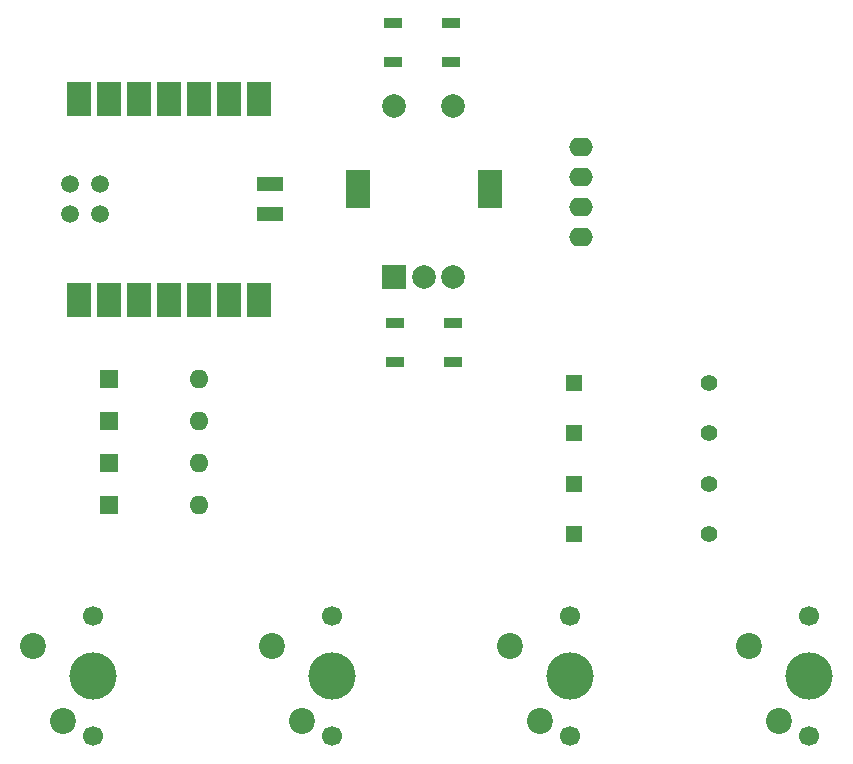
<source format=gbr>
%TF.GenerationSoftware,KiCad,Pcbnew,7.0.10*%
%TF.CreationDate,2024-10-20T20:49:14-04:00*%
%TF.ProjectId,Watch_Hackpad,57617463-685f-4486-9163-6b7061642e6b,rev?*%
%TF.SameCoordinates,Original*%
%TF.FileFunction,Soldermask,Top*%
%TF.FilePolarity,Negative*%
%FSLAX46Y46*%
G04 Gerber Fmt 4.6, Leading zero omitted, Abs format (unit mm)*
G04 Created by KiCad (PCBNEW 7.0.10) date 2024-10-20 20:49:14*
%MOMM*%
%LPD*%
G01*
G04 APERTURE LIST*
%ADD10R,1.500000X0.900000*%
%ADD11R,2.000000X3.000000*%
%ADD12C,1.500000*%
%ADD13R,2.300000X1.300000*%
%ADD14R,1.600000X1.600000*%
%ADD15O,1.600000X1.600000*%
%ADD16C,1.700000*%
%ADD17C,4.000000*%
%ADD18C,2.200000*%
%ADD19O,2.000000X1.600000*%
%ADD20R,2.000000X2.000000*%
%ADD21C,2.000000*%
%ADD22R,2.000000X3.200000*%
%ADD23R,1.397000X1.397000*%
%ADD24C,1.397000*%
G04 APERTURE END LIST*
D10*
%TO.C,D1*%
X189625000Y-64275000D03*
X189625000Y-67575000D03*
X194525000Y-67575000D03*
X194525000Y-64275000D03*
%TD*%
D11*
%TO.C,U1*%
X162880000Y-62300000D03*
X165420000Y-62300000D03*
X167960000Y-62300000D03*
X170500000Y-62300000D03*
X173040000Y-62300000D03*
X175580000Y-62300000D03*
X178120000Y-62300000D03*
X178120000Y-45300000D03*
X175580000Y-45300000D03*
X173040000Y-45300000D03*
X170500000Y-45300000D03*
X167960000Y-45300000D03*
X165420000Y-45300000D03*
X162880000Y-45300000D03*
D12*
X162110000Y-55070000D03*
X162110000Y-52530000D03*
X164650000Y-55070000D03*
X164650000Y-52530000D03*
D13*
X179100000Y-55070000D03*
X179100000Y-52530000D03*
%TD*%
D14*
%TO.C,D6*%
X165455000Y-79675000D03*
D15*
X173075000Y-79675000D03*
%TD*%
D14*
%TO.C,D3*%
X165455000Y-69025000D03*
D15*
X173075000Y-69025000D03*
%TD*%
D16*
%TO.C,SW2*%
X164100000Y-99225000D03*
D17*
X164100000Y-94145000D03*
D16*
X164100000Y-89065000D03*
D18*
X159020000Y-91605000D03*
X161560000Y-97955000D03*
%TD*%
D19*
%TO.C,Brd1*%
X205425000Y-56995000D03*
X205425000Y-54455000D03*
X205425000Y-51915000D03*
X205425000Y-49375000D03*
%TD*%
D14*
%TO.C,D4*%
X165455000Y-72575000D03*
D15*
X173075000Y-72575000D03*
%TD*%
D14*
%TO.C,D5*%
X165455000Y-76125000D03*
D15*
X173075000Y-76125000D03*
%TD*%
D20*
%TO.C,SW5*%
X189575000Y-60425000D03*
D21*
X194575000Y-60425000D03*
X192075000Y-60425000D03*
D22*
X186475000Y-52925000D03*
X197675000Y-52925000D03*
D21*
X194575000Y-45925000D03*
X189575000Y-45925000D03*
%TD*%
D16*
%TO.C,SW6*%
X224700000Y-99225000D03*
D17*
X224700000Y-94145000D03*
D16*
X224700000Y-89065000D03*
D18*
X219620000Y-91605000D03*
X222160000Y-97955000D03*
%TD*%
D23*
%TO.C,R7*%
X204810000Y-77900000D03*
D24*
X216240000Y-77900000D03*
%TD*%
D23*
%TO.C,R8*%
X204810000Y-82176600D03*
D24*
X216240000Y-82176600D03*
%TD*%
D23*
%TO.C,R5*%
X204810000Y-69346800D03*
D24*
X216240000Y-69346800D03*
%TD*%
D23*
%TO.C,R6*%
X204810000Y-73623400D03*
D24*
X216240000Y-73623400D03*
%TD*%
D10*
%TO.C,D2*%
X189450000Y-38875000D03*
X189450000Y-42175000D03*
X194350000Y-42175000D03*
X194350000Y-38875000D03*
%TD*%
D16*
%TO.C,SW4*%
X204500000Y-99225000D03*
D17*
X204500000Y-94145000D03*
D16*
X204500000Y-89065000D03*
D18*
X199420000Y-91605000D03*
X201960000Y-97955000D03*
%TD*%
D16*
%TO.C,SW3*%
X184300000Y-99225000D03*
D17*
X184300000Y-94145000D03*
D16*
X184300000Y-89065000D03*
D18*
X179220000Y-91605000D03*
X181760000Y-97955000D03*
%TD*%
M02*

</source>
